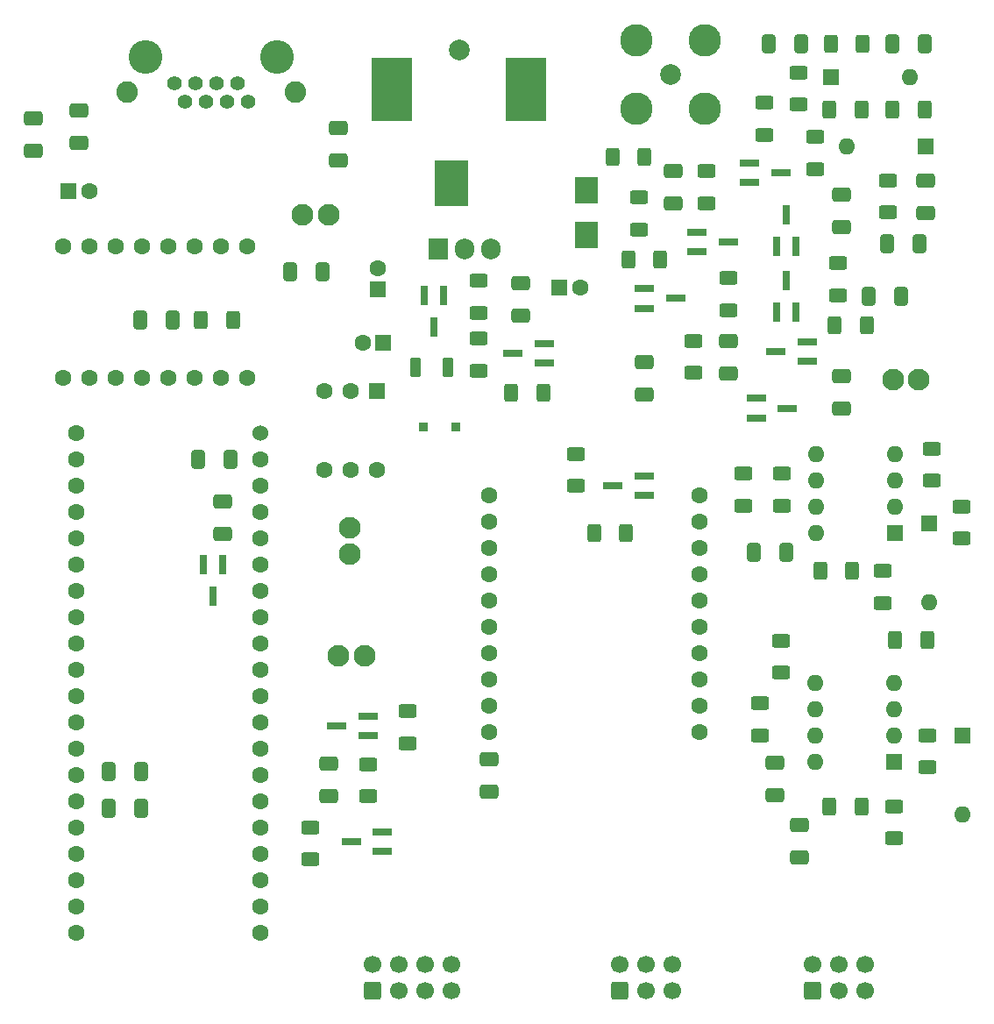
<source format=gts>
G04 #@! TF.GenerationSoftware,KiCad,Pcbnew,6.0.5-a6ca702e91~116~ubuntu20.04.1*
G04 #@! TF.CreationDate,2022-05-09T08:21:39-04:00*
G04 #@! TF.ProjectId,magloop_pico,6d61676c-6f6f-4705-9f70-69636f2e6b69,1.0*
G04 #@! TF.SameCoordinates,Original*
G04 #@! TF.FileFunction,Soldermask,Top*
G04 #@! TF.FilePolarity,Negative*
%FSLAX46Y46*%
G04 Gerber Fmt 4.6, Leading zero omitted, Abs format (unit mm)*
G04 Created by KiCad (PCBNEW 6.0.5-a6ca702e91~116~ubuntu20.04.1) date 2022-05-09 08:21:39*
%MOMM*%
%LPD*%
G01*
G04 APERTURE LIST*
G04 Aperture macros list*
%AMRoundRect*
0 Rectangle with rounded corners*
0 $1 Rounding radius*
0 $2 $3 $4 $5 $6 $7 $8 $9 X,Y pos of 4 corners*
0 Add a 4 corners polygon primitive as box body*
4,1,4,$2,$3,$4,$5,$6,$7,$8,$9,$2,$3,0*
0 Add four circle primitives for the rounded corners*
1,1,$1+$1,$2,$3*
1,1,$1+$1,$4,$5*
1,1,$1+$1,$6,$7*
1,1,$1+$1,$8,$9*
0 Add four rect primitives between the rounded corners*
20,1,$1+$1,$2,$3,$4,$5,0*
20,1,$1+$1,$4,$5,$6,$7,0*
20,1,$1+$1,$6,$7,$8,$9,0*
20,1,$1+$1,$8,$9,$2,$3,0*%
G04 Aperture macros list end*
%ADD10RoundRect,0.250000X-0.650000X0.412500X-0.650000X-0.412500X0.650000X-0.412500X0.650000X0.412500X0*%
%ADD11RoundRect,0.250000X-0.412500X-0.650000X0.412500X-0.650000X0.412500X0.650000X-0.412500X0.650000X0*%
%ADD12RoundRect,0.250000X0.412500X0.650000X-0.412500X0.650000X-0.412500X-0.650000X0.412500X-0.650000X0*%
%ADD13R,1.600000X1.600000*%
%ADD14O,1.600000X1.600000*%
%ADD15RoundRect,0.250000X0.600000X-0.600000X0.600000X0.600000X-0.600000X0.600000X-0.600000X-0.600000X0*%
%ADD16C,1.700000*%
%ADD17RoundRect,0.250000X-0.625000X0.400000X-0.625000X-0.400000X0.625000X-0.400000X0.625000X0.400000X0*%
%ADD18RoundRect,0.250000X0.625000X-0.400000X0.625000X0.400000X-0.625000X0.400000X-0.625000X-0.400000X0*%
%ADD19RoundRect,0.250000X0.400000X0.625000X-0.400000X0.625000X-0.400000X-0.625000X0.400000X-0.625000X0*%
%ADD20RoundRect,0.250000X-0.400000X-0.625000X0.400000X-0.625000X0.400000X0.625000X-0.400000X0.625000X0*%
%ADD21C,1.600000*%
%ADD22R,0.800000X1.900000*%
%ADD23R,1.900000X0.800000*%
%ADD24R,0.900000X0.950000*%
%ADD25RoundRect,0.250000X0.275000X0.700000X-0.275000X0.700000X-0.275000X-0.700000X0.275000X-0.700000X0*%
%ADD26R,1.905000X2.000000*%
%ADD27O,1.905000X2.000000*%
%ADD28C,2.000000*%
%ADD29R,3.300000X4.400000*%
%ADD30R,3.900000X6.200000*%
%ADD31RoundRect,0.250000X0.650000X-0.412500X0.650000X0.412500X-0.650000X0.412500X-0.650000X-0.412500X0*%
%ADD32C,1.524000*%
%ADD33C,2.100000*%
%ADD34R,2.300000X2.500000*%
%ADD35C,3.251200*%
%ADD36C,1.397000*%
%ADD37C,2.082800*%
%ADD38C,3.126000*%
G04 APERTURE END LIST*
D10*
X154178000Y-65366500D03*
X154178000Y-68491500D03*
X151384000Y-83781500D03*
X151384000Y-86906500D03*
D11*
X173062500Y-77470000D03*
X176187500Y-77470000D03*
D10*
X170434000Y-67652500D03*
X170434000Y-70777500D03*
X159512000Y-81749500D03*
X159512000Y-84874500D03*
D12*
X166535500Y-53086000D03*
X163410500Y-53086000D03*
D10*
X178562000Y-66255500D03*
X178562000Y-69380500D03*
D11*
X175348500Y-53086000D03*
X178473500Y-53086000D03*
D10*
X166370000Y-128485500D03*
X166370000Y-131610500D03*
D12*
X165118500Y-102215000D03*
X161993500Y-102215000D03*
D13*
X169418000Y-56261000D03*
D14*
X177038000Y-56261000D03*
D13*
X178562000Y-62992000D03*
D14*
X170942000Y-62992000D03*
D13*
X182118000Y-119888000D03*
D14*
X182118000Y-127508000D03*
D15*
X125095000Y-144516500D03*
D16*
X125095000Y-141976500D03*
X127635000Y-144516500D03*
X127635000Y-141976500D03*
X130175000Y-144516500D03*
X130175000Y-141976500D03*
X132715000Y-144516500D03*
X132715000Y-141976500D03*
D17*
X156083000Y-81762000D03*
X156083000Y-84862000D03*
D18*
X150876000Y-71019000D03*
X150876000Y-67919000D03*
D19*
X152934000Y-73914000D03*
X149834000Y-73914000D03*
D18*
X159512000Y-78792000D03*
X159512000Y-75692000D03*
X157353000Y-68479000D03*
X157353000Y-65379000D03*
D19*
X151410000Y-64008000D03*
X148310000Y-64008000D03*
D18*
X162941000Y-61875000D03*
X162941000Y-58775000D03*
D17*
X170053000Y-74269000D03*
X170053000Y-77369000D03*
D20*
X169773000Y-80264000D03*
X172873000Y-80264000D03*
D18*
X167894000Y-65177000D03*
X167894000Y-62077000D03*
X166243000Y-58954000D03*
X166243000Y-55854000D03*
D20*
X169265000Y-59436000D03*
X172365000Y-59436000D03*
X169392000Y-53086000D03*
X172492000Y-53086000D03*
D17*
X174879000Y-66268000D03*
X174879000Y-69368000D03*
D18*
X179177000Y-95256000D03*
X179177000Y-92156000D03*
D17*
X181991000Y-97764000D03*
X181991000Y-100864000D03*
D19*
X172365000Y-126746000D03*
X169265000Y-126746000D03*
X171456000Y-103993000D03*
X168356000Y-103993000D03*
D18*
X164592000Y-113818000D03*
X164592000Y-110718000D03*
D17*
X160909000Y-94589000D03*
X160909000Y-97689000D03*
X162550000Y-116778000D03*
X162550000Y-119878000D03*
D21*
X136398000Y-96647000D03*
X136398000Y-99187000D03*
X136398000Y-101727000D03*
X136398000Y-104267000D03*
X136398000Y-106807000D03*
X136398000Y-109347000D03*
X136398000Y-111887000D03*
X136398000Y-114427000D03*
X136398000Y-116967000D03*
X136398000Y-119507000D03*
X156718000Y-119507000D03*
X156718000Y-116967000D03*
X156718000Y-114427000D03*
X156718000Y-111887000D03*
X156718000Y-109347000D03*
X156718000Y-106807000D03*
X156718000Y-104267000D03*
X156718000Y-101727000D03*
X156718000Y-99187000D03*
X156718000Y-96647000D03*
D22*
X110678000Y-103402000D03*
X108778000Y-103402000D03*
X109728000Y-106402000D03*
D13*
X175504000Y-122418000D03*
D14*
X175504000Y-119878000D03*
X175504000Y-117338000D03*
X175504000Y-114798000D03*
X167884000Y-114798000D03*
X167884000Y-117338000D03*
X167884000Y-119878000D03*
X167884000Y-122418000D03*
D23*
X156464000Y-71252000D03*
X156464000Y-73152000D03*
X159464000Y-72202000D03*
X161568000Y-64582000D03*
X161568000Y-66482000D03*
X164568000Y-65532000D03*
D22*
X164150000Y-72620000D03*
X166050000Y-72620000D03*
X165100000Y-69620000D03*
D11*
X174840500Y-72390000D03*
X177965500Y-72390000D03*
D21*
X113030000Y-72644000D03*
X110490000Y-72644000D03*
X107950000Y-72644000D03*
X105410000Y-72644000D03*
X102870000Y-72644000D03*
X100330000Y-72644000D03*
X97790000Y-72644000D03*
X95250000Y-72644000D03*
X95250000Y-85344000D03*
X97790000Y-85344000D03*
X100330000Y-85344000D03*
X102870000Y-85344000D03*
X105410000Y-85344000D03*
X107950000Y-85344000D03*
X110490000Y-85344000D03*
X113030000Y-85344000D03*
D23*
X151384000Y-76708000D03*
X151384000Y-78608000D03*
X154384000Y-77658000D03*
D22*
X164150000Y-78970000D03*
X166050000Y-78970000D03*
X165100000Y-75970000D03*
D24*
X133147000Y-90043000D03*
X129997000Y-90043000D03*
D13*
X178923000Y-99421000D03*
D14*
X178923000Y-107041000D03*
D19*
X178715000Y-110617000D03*
X175615000Y-110617000D03*
D13*
X175621000Y-100310000D03*
D14*
X175621000Y-97770000D03*
X175621000Y-95230000D03*
X175621000Y-92690000D03*
X168001000Y-92690000D03*
X168001000Y-95230000D03*
X168001000Y-97770000D03*
X168001000Y-100310000D03*
D17*
X164699000Y-94569000D03*
X164699000Y-97669000D03*
D25*
X132385000Y-84354000D03*
X129235000Y-84354000D03*
D13*
X125603000Y-76774113D03*
D21*
X125603000Y-74774113D03*
D10*
X139446000Y-76187500D03*
X139446000Y-79312500D03*
D11*
X117182500Y-75057000D03*
X120307500Y-75057000D03*
D26*
X131445000Y-72924000D03*
D27*
X133985000Y-72924000D03*
X136525000Y-72924000D03*
D13*
X143189888Y-76581000D03*
D21*
X145189888Y-76581000D03*
D13*
X126177113Y-81915000D03*
D21*
X124177113Y-81915000D03*
D28*
X133477000Y-53706000D03*
D29*
X132777000Y-66506000D03*
D30*
X139927000Y-57506000D03*
X127027000Y-57506000D03*
D10*
X163957000Y-122516500D03*
X163957000Y-125641500D03*
D17*
X175514000Y-126720000D03*
X175514000Y-129820000D03*
X174371000Y-103987000D03*
X174371000Y-107087000D03*
D31*
X170434000Y-88303500D03*
X170434000Y-85178500D03*
D15*
X148966000Y-144516500D03*
D16*
X148966000Y-141976500D03*
X151506000Y-144516500D03*
X151506000Y-141976500D03*
X154046000Y-144516500D03*
X154046000Y-141976500D03*
D17*
X178689000Y-119862000D03*
X178689000Y-122962000D03*
D20*
X175361000Y-59436000D03*
X178461000Y-59436000D03*
D21*
X96520000Y-90678000D03*
X96520000Y-93218000D03*
X96520000Y-95758000D03*
X96520000Y-98298000D03*
X96520000Y-100838000D03*
X96520000Y-103378000D03*
X96520000Y-105918000D03*
X96520000Y-108458000D03*
X96520000Y-110998000D03*
X96520000Y-113538000D03*
X96520000Y-116078000D03*
X96520000Y-118618000D03*
X96520000Y-121158000D03*
X96520000Y-123698000D03*
X96520000Y-126238000D03*
X96520000Y-128778000D03*
X96520000Y-131318000D03*
X96520000Y-133858000D03*
X96520000Y-136398000D03*
X96520000Y-138938000D03*
X114300000Y-138938000D03*
X114300000Y-136398000D03*
X114300000Y-133858000D03*
X114300000Y-131318000D03*
X114300000Y-128778000D03*
X114300000Y-126238000D03*
X114300000Y-123698000D03*
X114300000Y-121158000D03*
X114300000Y-118618000D03*
X114300000Y-116078000D03*
X114300000Y-113538000D03*
X114300000Y-110998000D03*
X114300000Y-108458000D03*
X114300000Y-105918000D03*
X114300000Y-103378000D03*
X114300000Y-100838000D03*
X114300000Y-98298000D03*
X114300000Y-95758000D03*
X114300000Y-93218000D03*
D32*
X114300000Y-90678000D03*
D13*
X95758000Y-67310000D03*
D21*
X97758000Y-67310000D03*
D10*
X120904000Y-122601000D03*
X120904000Y-125726000D03*
D33*
X124328000Y-112141000D03*
X121828000Y-112141000D03*
D23*
X141708000Y-83907000D03*
X141708000Y-82007000D03*
X138708000Y-82957000D03*
D22*
X132014000Y-77393000D03*
X130114000Y-77393000D03*
X131064000Y-80393000D03*
D23*
X162203000Y-87315000D03*
X162203000Y-89215000D03*
X165203000Y-88265000D03*
X126087000Y-131082500D03*
X126087000Y-129182500D03*
X123087000Y-130132500D03*
X124690000Y-119906500D03*
X124690000Y-118006500D03*
X121690000Y-118956500D03*
D19*
X141631000Y-86741000D03*
X138531000Y-86741000D03*
D17*
X135382000Y-75946000D03*
X135382000Y-79046000D03*
X135382000Y-81534000D03*
X135382000Y-84634000D03*
D19*
X149632000Y-100330000D03*
X146532000Y-100330000D03*
D17*
X144780000Y-92684000D03*
X144780000Y-95784000D03*
X119126000Y-128752000D03*
X119126000Y-131852000D03*
X128524000Y-117533500D03*
X128524000Y-120633500D03*
X124714000Y-122639500D03*
X124714000Y-125739500D03*
D19*
X111659000Y-79756000D03*
X108559000Y-79756000D03*
D23*
X151336000Y-96708000D03*
X151336000Y-94808000D03*
X148336000Y-95758000D03*
X167108000Y-83754000D03*
X167108000Y-81854000D03*
X164108000Y-82804000D03*
D13*
X125528000Y-86614000D03*
D21*
X122988000Y-86614000D03*
X120448000Y-86614000D03*
X120448000Y-94234000D03*
X122988000Y-94234000D03*
X125528000Y-94234000D03*
D10*
X92329000Y-60286500D03*
X92329000Y-63411500D03*
X96774000Y-59524500D03*
X96774000Y-62649500D03*
D11*
X108292500Y-93218000D03*
X111417500Y-93218000D03*
D12*
X102781500Y-123317000D03*
X99656500Y-123317000D03*
D34*
X145796000Y-71492000D03*
X145796000Y-67192000D03*
D12*
X102781500Y-126873000D03*
X99656500Y-126873000D03*
D11*
X102704500Y-79756000D03*
X105829500Y-79756000D03*
D15*
X167640000Y-144526000D03*
D16*
X167640000Y-141986000D03*
X170180000Y-144526000D03*
X170180000Y-141986000D03*
X172720000Y-144526000D03*
X172720000Y-141986000D03*
D10*
X136398000Y-122135500D03*
X136398000Y-125260500D03*
D35*
X103233416Y-54309118D03*
X115933416Y-54309118D03*
D36*
X106027416Y-56849118D03*
X107043416Y-58627118D03*
X108059416Y-56849118D03*
X109075416Y-58627118D03*
X110091416Y-56849118D03*
X111107416Y-58627118D03*
X112123416Y-56849118D03*
X113139416Y-58627118D03*
D37*
X101455416Y-57738118D03*
X117711416Y-57738118D03*
D31*
X110617000Y-100368500D03*
X110617000Y-97243500D03*
D28*
X153924000Y-56007000D03*
D38*
X157224000Y-59307000D03*
X150624000Y-59307000D03*
X157224000Y-52707000D03*
X150624000Y-52707000D03*
D31*
X121793000Y-64300500D03*
X121793000Y-61175500D03*
D33*
X122941000Y-102338000D03*
X122941000Y-99838000D03*
X118388000Y-69601000D03*
X120888000Y-69601000D03*
X175411000Y-85512500D03*
X177911000Y-85512500D03*
M02*

</source>
